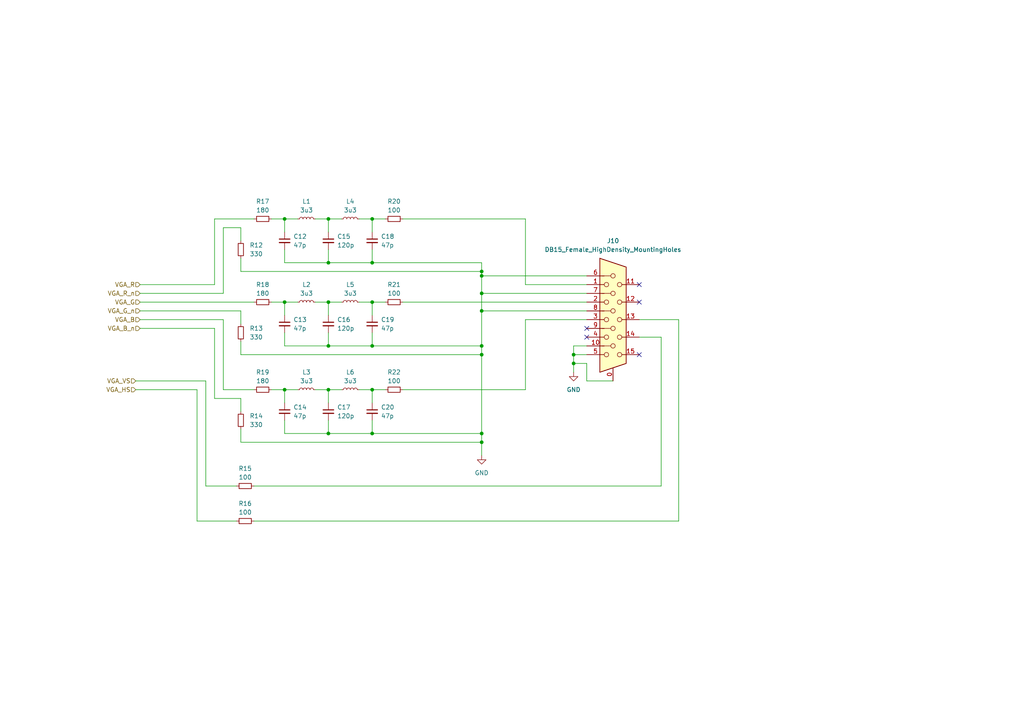
<source format=kicad_sch>
(kicad_sch (version 20211123) (generator eeschema)
  (paper "A4")
  (lib_symbols
    (symbol "Connector:DB15_Female_HighDensity_MountingHoles" (pin_names (offset 1.016) hide)
      (property "Reference" "J" (at 0 21.59 0))
      (property "Value" "DB15_Female_HighDensity_MountingHoles" (at 0 19.05 0))
      (symbol "DB15_Female_HighDensity_MountingHoles_0_1"
        (circle (center -1.905 -10.16) (radius 0.635))
        (circle (center -1.905 -5.08) (radius 0.635))
        (circle (center -1.905 0) (radius 0.635))
        (circle (center -1.905 5.08) (radius 0.635))
        (circle (center -1.905 10.16) (radius 0.635))
        (circle (center 0 -7.62) (radius 0.635))
        (circle (center 0 -2.54) (radius 0.635))
        (polyline (pts (xy -3.175 7.62) (xy -0.635 7.62)))
        (polyline (pts (xy -0.635 -7.62) (xy -3.175 -7.62)))
        (polyline (pts (xy -0.635 -2.54) (xy -3.175 -2.54)))
        (polyline (pts (xy -0.635 2.54) (xy -3.175 2.54)))
        (polyline (pts (xy -0.635 12.7) (xy -3.175 12.7)))
        (polyline (pts (xy -3.81 17.78) (xy -3.81 -15.24) (xy 3.81 -12.7) (xy 3.81 15.24) (xy -3.81 17.78)) (stroke (width 0.254)) (fill (type background)))
        (circle (center 0 2.54) (radius 0.635))
        (circle (center 0 7.62) (radius 0.635))
        (circle (center 0 12.7) (radius 0.635))
        (circle (center 1.905 -10.16) (radius 0.635))
        (circle (center 1.905 -5.08) (radius 0.635))
        (circle (center 1.905 0) (radius 0.635))
        (circle (center 1.905 5.08) (radius 0.635))
        (circle (center 1.905 10.16) (radius 0.635))
      )
      (symbol "DB15_Female_HighDensity_MountingHoles_1_1"
        (pin passive line (at 0 -17.78 90) (length 3.81) (name "~") (number "0"))
        (pin passive line (at -7.62 10.16 0) (length 5.08) (name "~") (number "1"))
        (pin passive line (at -7.62 -7.62 0) (length 5.08) (name "~") (number "10"))
        (pin passive line (at 7.62 10.16 180) (length 5.08) (name "~") (number "11"))
        (pin passive line (at 7.62 5.08 180) (length 5.08) (name "~") (number "12"))
        (pin passive line (at 7.62 0 180) (length 5.08) (name "~") (number "13"))
        (pin passive line (at 7.62 -5.08 180) (length 5.08) (name "~") (number "14"))
        (pin passive line (at 7.62 -10.16 180) (length 5.08) (name "~") (number "15"))
        (pin passive line (at -7.62 5.08 0) (length 5.08) (name "~") (number "2"))
        (pin passive line (at -7.62 0 0) (length 5.08) (name "~") (number "3"))
        (pin passive line (at -7.62 -5.08 0) (length 5.08) (name "~") (number "4"))
        (pin passive line (at -7.62 -10.16 0) (length 5.08) (name "~") (number "5"))
        (pin passive line (at -7.62 12.7 0) (length 5.08) (name "~") (number "6"))
        (pin passive line (at -7.62 7.62 0) (length 5.08) (name "~") (number "7"))
        (pin passive line (at -7.62 2.54 0) (length 5.08) (name "~") (number "8"))
        (pin passive line (at -7.62 -2.54 0) (length 5.08) (name "~") (number "9"))
      )
    )
    (symbol "Device:C_Small" (pin_numbers hide) (pin_names (offset 0.254) hide)
      (property "Reference" "C" (at 0.254 1.778 0))
      (property "Value" "C_Small" (at 0.254 -2.032 0))
      (symbol "C_Small_0_1"
        (polyline (pts (xy -1.524 -0.508) (xy 1.524 -0.508)) (stroke (width 0.3302)))
        (polyline (pts (xy -1.524 0.508) (xy 1.524 0.508)) (stroke (width 0.3048)))
      )
      (symbol "C_Small_1_1"
        (pin passive line (at 0 2.54 270) (length 2.032) (name "~") (number "1"))
        (pin passive line (at 0 -2.54 90) (length 2.032) (name "~") (number "2"))
      )
    )
    (symbol "Device:L_Small" (pin_numbers hide) (pin_names (offset 0.254) hide)
      (property "Reference" "L" (at 0.762 1.016 0))
      (property "Value" "L_Small" (at 0.762 -1.016 0))
      (symbol "L_Small_0_1"
        (arc (start 0 -2.032) (mid 0.508 -1.524) (end 0 -1.016))
        (arc (start 0 -1.016) (mid 0.508 -0.508) (end 0 0))
        (arc (start 0 0) (mid 0.508 0.508) (end 0 1.016))
        (arc (start 0 1.016) (mid 0.508 1.524) (end 0 2.032))
      )
      (symbol "L_Small_1_1"
        (pin passive line (at 0 2.54 270) (length 0.508) (name "~") (number "1"))
        (pin passive line (at 0 -2.54 90) (length 0.508) (name "~") (number "2"))
      )
    )
    (symbol "Device:R_Small" (pin_numbers hide) (pin_names (offset 0.254) hide)
      (property "Reference" "R" (at 0.762 0.508 0))
      (property "Value" "R_Small" (at 0.762 -1.016 0))
      (symbol "R_Small_0_1"
        (rectangle (start -0.762 1.778) (end 0.762 -1.778) (stroke (width 0.2032)))
      )
      (symbol "R_Small_1_1"
        (pin passive line (at 0 2.54 270) (length 0.762) (name "~") (number "1"))
        (pin passive line (at 0 -2.54 90) (length 0.762) (name "~") (number "2"))
      )
    )
    (symbol "power:GND" (power) (pin_names (offset 0))
      (property "Value" "GND" (at 0 -3.81 0))
      (symbol "GND_0_1"
        (polyline (pts (xy 0 0) (xy 0 -1.27) (xy 1.27 -1.27) (xy 0 -2.54) (xy -1.27 -1.27) (xy 0 -1.27)))
      )
      (symbol "GND_1_1"
        (pin power_in line (at 0 0 270) (length 0) hide (name "GND") (number "1"))
      )
    )
  )
  (junction (at 82.55 63.5))
  (junction (at 107.95 125.73))
  (junction (at 107.95 113.03))
  (junction (at 139.7 102.87))
  (junction (at 95.25 125.73))
  (junction (at 107.95 100.33))
  (junction (at 139.7 100.33))
  (junction (at 82.55 113.03))
  (junction (at 107.95 63.5))
  (junction (at 95.25 63.5))
  (junction (at 166.37 105.41))
  (junction (at 139.7 78.74))
  (junction (at 95.25 76.2))
  (junction (at 139.7 128.27))
  (junction (at 82.55 87.63))
  (junction (at 139.7 85.09))
  (junction (at 95.25 113.03))
  (junction (at 139.7 125.73))
  (junction (at 95.25 87.63))
  (junction (at 139.7 90.17))
  (junction (at 166.37 102.87))
  (junction (at 139.7 80.01))
  (junction (at 107.95 87.63))
  (junction (at 107.95 76.2))
  (junction (at 95.25 100.33))
  (no_connect (at 170.18 97.79))
  (no_connect (at 185.42 102.87))
  (no_connect (at 185.42 82.55))
  (no_connect (at 185.42 87.63))
  (no_connect (at 170.18 95.25))
  (wire (pts (xy 40.64 85.09) (xy 64.77 85.09)))
  (wire (pts (xy 57.15 113.03) (xy 57.15 151.13)))
  (wire (pts (xy 139.7 102.87) (xy 139.7 125.73)))
  (wire (pts (xy 139.7 80.01) (xy 170.18 80.01)))
  (wire (pts (xy 95.25 76.2) (xy 95.25 72.39)))
  (wire (pts (xy 152.4 113.03) (xy 152.4 92.71)))
  (wire (pts (xy 91.44 87.63) (xy 95.25 87.63)))
  (wire (pts (xy 82.55 96.52) (xy 82.55 100.33)))
  (wire (pts (xy 104.14 87.63) (xy 107.95 87.63)))
  (wire (pts (xy 91.44 63.5) (xy 95.25 63.5)))
  (wire (pts (xy 107.95 113.03) (xy 107.95 116.84)))
  (wire (pts (xy 82.55 76.2) (xy 95.25 76.2)))
  (wire (pts (xy 40.64 82.55) (xy 62.23 82.55)))
  (wire (pts (xy 104.14 113.03) (xy 107.95 113.03)))
  (wire (pts (xy 166.37 102.87) (xy 166.37 105.41)))
  (wire (pts (xy 95.25 100.33) (xy 95.25 96.52)))
  (wire (pts (xy 95.25 125.73) (xy 95.25 121.92)))
  (wire (pts (xy 62.23 63.5) (xy 73.66 63.5)))
  (wire (pts (xy 64.77 92.71) (xy 64.77 113.03)))
  (wire (pts (xy 40.64 87.63) (xy 73.66 87.63)))
  (wire (pts (xy 40.64 90.17) (xy 69.85 90.17)))
  (wire (pts (xy 69.85 74.93) (xy 69.85 78.74)))
  (wire (pts (xy 139.7 80.01) (xy 139.7 85.09)))
  (wire (pts (xy 69.85 102.87) (xy 139.7 102.87)))
  (wire (pts (xy 107.95 87.63) (xy 107.95 91.44)))
  (wire (pts (xy 78.74 63.5) (xy 82.55 63.5)))
  (wire (pts (xy 95.25 87.63) (xy 95.25 91.44)))
  (wire (pts (xy 95.25 76.2) (xy 107.95 76.2)))
  (wire (pts (xy 95.25 63.5) (xy 99.06 63.5)))
  (wire (pts (xy 107.95 113.03) (xy 111.76 113.03)))
  (wire (pts (xy 62.23 95.25) (xy 62.23 115.57)))
  (wire (pts (xy 107.95 76.2) (xy 107.95 72.39)))
  (wire (pts (xy 191.77 97.79) (xy 191.77 140.97)))
  (wire (pts (xy 69.85 99.06) (xy 69.85 102.87)))
  (wire (pts (xy 196.85 151.13) (xy 196.85 92.71)))
  (wire (pts (xy 82.55 87.63) (xy 82.55 91.44)))
  (wire (pts (xy 185.42 92.71) (xy 196.85 92.71)))
  (wire (pts (xy 82.55 87.63) (xy 86.36 87.63)))
  (wire (pts (xy 139.7 125.73) (xy 139.7 128.27)))
  (wire (pts (xy 116.84 63.5) (xy 152.4 63.5)))
  (wire (pts (xy 39.37 113.03) (xy 57.15 113.03)))
  (wire (pts (xy 185.42 97.79) (xy 191.77 97.79)))
  (wire (pts (xy 139.7 78.74) (xy 139.7 80.01)))
  (wire (pts (xy 152.4 63.5) (xy 152.4 82.55)))
  (wire (pts (xy 82.55 63.5) (xy 82.55 67.31)))
  (wire (pts (xy 139.7 100.33) (xy 139.7 102.87)))
  (wire (pts (xy 69.85 78.74) (xy 139.7 78.74)))
  (wire (pts (xy 82.55 121.92) (xy 82.55 125.73)))
  (wire (pts (xy 95.25 87.63) (xy 99.06 87.63)))
  (wire (pts (xy 62.23 82.55) (xy 62.23 63.5)))
  (wire (pts (xy 107.95 63.5) (xy 107.95 67.31)))
  (wire (pts (xy 69.85 69.85) (xy 69.85 66.04)))
  (wire (pts (xy 116.84 113.03) (xy 152.4 113.03)))
  (wire (pts (xy 166.37 105.41) (xy 166.37 107.95)))
  (wire (pts (xy 39.37 110.49) (xy 59.69 110.49)))
  (wire (pts (xy 95.25 100.33) (xy 107.95 100.33)))
  (wire (pts (xy 82.55 125.73) (xy 95.25 125.73)))
  (wire (pts (xy 40.64 95.25) (xy 62.23 95.25)))
  (wire (pts (xy 40.64 92.71) (xy 64.77 92.71)))
  (wire (pts (xy 82.55 113.03) (xy 86.36 113.03)))
  (wire (pts (xy 69.85 93.98) (xy 69.85 90.17)))
  (wire (pts (xy 95.25 113.03) (xy 99.06 113.03)))
  (wire (pts (xy 82.55 113.03) (xy 82.55 116.84)))
  (wire (pts (xy 95.25 113.03) (xy 95.25 116.84)))
  (wire (pts (xy 107.95 87.63) (xy 111.76 87.63)))
  (wire (pts (xy 139.7 90.17) (xy 170.18 90.17)))
  (wire (pts (xy 152.4 92.71) (xy 170.18 92.71)))
  (wire (pts (xy 91.44 113.03) (xy 95.25 113.03)))
  (wire (pts (xy 139.7 76.2) (xy 139.7 78.74)))
  (wire (pts (xy 69.85 124.46) (xy 69.85 128.27)))
  (wire (pts (xy 170.18 82.55) (xy 152.4 82.55)))
  (wire (pts (xy 59.69 140.97) (xy 68.58 140.97)))
  (wire (pts (xy 107.95 76.2) (xy 139.7 76.2)))
  (wire (pts (xy 95.25 125.73) (xy 107.95 125.73)))
  (wire (pts (xy 64.77 113.03) (xy 73.66 113.03)))
  (wire (pts (xy 82.55 72.39) (xy 82.55 76.2)))
  (wire (pts (xy 139.7 128.27) (xy 139.7 132.08)))
  (wire (pts (xy 139.7 85.09) (xy 170.18 85.09)))
  (wire (pts (xy 170.18 102.87) (xy 166.37 102.87)))
  (wire (pts (xy 170.18 110.49) (xy 170.18 105.41)))
  (wire (pts (xy 107.95 63.5) (xy 111.76 63.5)))
  (wire (pts (xy 170.18 100.33) (xy 166.37 100.33)))
  (wire (pts (xy 69.85 128.27) (xy 139.7 128.27)))
  (wire (pts (xy 166.37 100.33) (xy 166.37 102.87)))
  (wire (pts (xy 107.95 100.33) (xy 107.95 96.52)))
  (wire (pts (xy 82.55 63.5) (xy 86.36 63.5)))
  (wire (pts (xy 107.95 125.73) (xy 107.95 121.92)))
  (wire (pts (xy 64.77 85.09) (xy 64.77 66.04)))
  (wire (pts (xy 82.55 100.33) (xy 95.25 100.33)))
  (wire (pts (xy 57.15 151.13) (xy 68.58 151.13)))
  (wire (pts (xy 139.7 85.09) (xy 139.7 90.17)))
  (wire (pts (xy 73.66 140.97) (xy 191.77 140.97)))
  (wire (pts (xy 78.74 113.03) (xy 82.55 113.03)))
  (wire (pts (xy 78.74 87.63) (xy 82.55 87.63)))
  (wire (pts (xy 107.95 100.33) (xy 139.7 100.33)))
  (wire (pts (xy 64.77 66.04) (xy 69.85 66.04)))
  (wire (pts (xy 139.7 125.73) (xy 107.95 125.73)))
  (wire (pts (xy 177.8 110.49) (xy 170.18 110.49)))
  (wire (pts (xy 116.84 87.63) (xy 170.18 87.63)))
  (wire (pts (xy 170.18 105.41) (xy 166.37 105.41)))
  (wire (pts (xy 62.23 115.57) (xy 69.85 115.57)))
  (wire (pts (xy 59.69 110.49) (xy 59.69 140.97)))
  (wire (pts (xy 73.66 151.13) (xy 196.85 151.13)))
  (wire (pts (xy 139.7 90.17) (xy 139.7 100.33)))
  (wire (pts (xy 95.25 63.5) (xy 95.25 67.31)))
  (wire (pts (xy 104.14 63.5) (xy 107.95 63.5)))
  (wire (pts (xy 69.85 115.57) (xy 69.85 119.38)))
  (hierarchical_label "VGA_VS" (shape input) (at 39.37 110.49 180))
  (hierarchical_label "VGA_R_n" (shape input) (at 40.64 85.09 180))
  (hierarchical_label "VGA_B_n" (shape input) (at 40.64 95.25 180))
  (hierarchical_label "VGA_R" (shape input) (at 40.64 82.55 180))
  (hierarchical_label "VGA_G_n" (shape input) (at 40.64 90.17 180))
  (hierarchical_label "VGA_G" (shape input) (at 40.64 87.63 180))
  (hierarchical_label "VGA_B" (shape input) (at 40.64 92.71 180))
  (hierarchical_label "VGA_HS" (shape input) (at 39.37 113.03 180))
  (symbol (lib_id "Device:L_Small") (at 101.6 87.63 90) (unit 1)
    (property "Reference" "L5" (at 101.6 82.55 90))
    (property "Value" "3u3" (at 101.6 85.09 90))
    (property "Footprint" "Inductor_SMD:L_1206_3216Metric_Pad1.42x1.75mm_HandSolder" (effects hide))
  )
  (symbol (lib_id "Device:R_Small") (at 71.12 140.97 90) (unit 1)
    (property "Reference" "R15" (at 71.12 135.89 90))
    (property "Value" "100" (at 71.12 138.43 90))
    (property "Footprint" "Resistor_SMD:R_1206_3216Metric_Pad1.30x1.75mm_HandSolder" (effects hide))
  )
  (symbol (lib_id "Device:R_Small") (at 69.85 72.39 0) (unit 1)
    (property "Reference" "R12" (at 72.39 71.1199 0) (effects (justify left)))
    (property "Value" "330" (at 72.39 73.6599 0) (effects (justify left)))
    (property "Footprint" "Resistor_SMD:R_1206_3216Metric_Pad1.30x1.75mm_HandSolder" (effects hide))
  )
  (symbol (lib_id "Device:L_Small") (at 88.9 63.5 90) (unit 1)
    (property "Reference" "L1" (at 88.9 58.42 90))
    (property "Value" "3u3" (at 88.9 60.96 90))
    (property "Footprint" "Inductor_SMD:L_1206_3216Metric_Pad1.42x1.75mm_HandSolder" (effects hide))
  )
  (symbol (lib_id "Device:C_Small") (at 82.55 119.38 0) (unit 1)
    (property "Reference" "C14" (at 85.09 118.1162 0) (effects (justify left)))
    (property "Value" "47p" (at 85.09 120.6562 0) (effects (justify left)))
    (property "Footprint" "Capacitor_SMD:C_1206_3216Metric_Pad1.33x1.80mm_HandSolder" (effects hide))
  )
  (symbol (lib_id "Connector:DB15_Female_HighDensity_MountingHoles") (at 177.8 92.71 0) (unit 1)
    (property "Reference" "J10" (at 177.8 69.85 0))
    (property "Value" "DB15_Female_HighDensity_MountingHoles" (at 177.8 72.39 0))
    (property "Footprint" "TangNano20k:DSUB-15-HD_Female_Horizontal_P2.29x1.98mm_EdgePinOffset8.35mm_Housed_MountingHolesOffset10.89mm" (effects hide))
    (property "Datasheet" " ~" (effects hide))
  )
  (symbol (lib_id "Device:R_Small") (at 71.12 151.13 90) (unit 1)
    (property "Reference" "R16" (at 71.12 146.05 90))
    (property "Value" "100" (at 71.12 148.59 90))
    (property "Footprint" "Resistor_SMD:R_1206_3216Metric_Pad1.30x1.75mm_HandSolder" (effects hide))
  )
  (symbol (lib_id "Device:C_Small") (at 95.25 69.85 0) (unit 1)
    (property "Reference" "C15" (at 97.79 68.5862 0) (effects (justify left)))
    (property "Value" "120p" (at 97.79 71.1262 0) (effects (justify left)))
    (property "Footprint" "Capacitor_SMD:C_1206_3216Metric_Pad1.33x1.80mm_HandSolder" (effects hide))
  )
  (symbol (lib_id "Device:R_Small") (at 69.85 96.52 0) (unit 1)
    (property "Reference" "R13" (at 72.39 95.2499 0) (effects (justify left)))
    (property "Value" "330" (at 72.39 97.7899 0) (effects (justify left)))
    (property "Footprint" "Resistor_SMD:R_1206_3216Metric_Pad1.30x1.75mm_HandSolder" (effects hide))
  )
  (symbol (lib_id "Device:C_Small") (at 82.55 69.85 0) (unit 1)
    (property "Reference" "C12" (at 85.09 68.5862 0) (effects (justify left)))
    (property "Value" "47p" (at 85.09 71.1262 0) (effects (justify left)))
    (property "Footprint" "Capacitor_SMD:C_1206_3216Metric_Pad1.33x1.80mm_HandSolder" (effects hide))
  )
  (symbol (lib_id "Device:R_Small") (at 114.3 63.5 90) (unit 1)
    (property "Reference" "R20" (at 114.3 58.42 90))
    (property "Value" "100" (at 114.3 60.96 90))
    (property "Footprint" "Resistor_SMD:R_1206_3216Metric_Pad1.30x1.75mm_HandSolder" (effects hide))
  )
  (symbol (lib_id "Device:C_Small") (at 82.55 93.98 0) (unit 1)
    (property "Reference" "C13" (at 85.09 92.7162 0) (effects (justify left)))
    (property "Value" "47p" (at 85.09 95.2562 0) (effects (justify left)))
    (property "Footprint" "Capacitor_SMD:C_1206_3216Metric_Pad1.33x1.80mm_HandSolder" (effects hide))
  )
  (symbol (lib_id "Device:R_Small") (at 76.2 63.5 90) (unit 1)
    (property "Reference" "R17" (at 76.2 58.42 90))
    (property "Value" "180" (at 76.2 60.96 90))
    (property "Footprint" "Resistor_SMD:R_1206_3216Metric_Pad1.30x1.75mm_HandSolder" (effects hide))
  )
  (symbol (lib_id "power:GND") (at 166.37 107.95 0) (mirror y) (unit 1)
    (property "Reference" "#PWR036" (effects hide))
    (property "Value" "GND" (at 166.37 113.03 0))
  )
  (symbol (lib_id "Device:L_Small") (at 101.6 113.03 90) (unit 1)
    (property "Reference" "L6" (at 101.6 107.95 90))
    (property "Value" "3u3" (at 101.6 110.49 90))
    (property "Footprint" "Inductor_SMD:L_1206_3216Metric_Pad1.42x1.75mm_HandSolder" (effects hide))
  )
  (symbol (lib_id "Device:C_Small") (at 107.95 93.98 0) (unit 1)
    (property "Reference" "C19" (at 110.49 92.7162 0) (effects (justify left)))
    (property "Value" "47p" (at 110.49 95.2562 0) (effects (justify left)))
    (property "Footprint" "Capacitor_SMD:C_1206_3216Metric_Pad1.33x1.80mm_HandSolder" (effects hide))
  )
  (symbol (lib_id "Device:R_Small") (at 114.3 113.03 90) (unit 1)
    (property "Reference" "R22" (at 114.3 107.95 90))
    (property "Value" "100" (at 114.3 110.49 90))
    (property "Footprint" "Resistor_SMD:R_1206_3216Metric_Pad1.30x1.75mm_HandSolder" (effects hide))
  )
  (symbol (lib_id "Device:C_Small") (at 95.25 93.98 0) (unit 1)
    (property "Reference" "C16" (at 97.79 92.7162 0) (effects (justify left)))
    (property "Value" "120p" (at 97.79 95.2562 0) (effects (justify left)))
    (property "Footprint" "Capacitor_SMD:C_1206_3216Metric_Pad1.33x1.80mm_HandSolder" (effects hide))
  )
  (symbol (lib_id "Device:R_Small") (at 76.2 113.03 90) (unit 1)
    (property "Reference" "R19" (at 76.2 107.95 90))
    (property "Value" "180" (at 76.2 110.49 90))
    (property "Footprint" "Resistor_SMD:R_1206_3216Metric_Pad1.30x1.75mm_HandSolder" (effects hide))
  )
  (symbol (lib_id "power:GND") (at 139.7 132.08 0) (mirror y) (unit 1)
    (property "Reference" "#PWR035" (effects hide))
    (property "Value" "GND" (at 139.7 137.16 0))
  )
  (symbol (lib_id "Device:C_Small") (at 107.95 69.85 0) (unit 1)
    (property "Reference" "C18" (at 110.49 68.5862 0) (effects (justify left)))
    (property "Value" "47p" (at 110.49 71.1262 0) (effects (justify left)))
    (property "Footprint" "Capacitor_SMD:C_1206_3216Metric_Pad1.33x1.80mm_HandSolder" (effects hide))
  )
  (symbol (lib_id "Device:R_Small") (at 76.2 87.63 90) (unit 1)
    (property "Reference" "R18" (at 76.2 82.55 90))
    (property "Value" "180" (at 76.2 85.09 90))
    (property "Footprint" "Resistor_SMD:R_1206_3216Metric_Pad1.30x1.75mm_HandSolder" (effects hide))
  )
  (symbol (lib_id "Device:L_Small") (at 88.9 87.63 90) (unit 1)
    (property "Reference" "L2" (at 88.9 82.55 90))
    (property "Value" "3u3" (at 88.9 85.09 90))
    (property "Footprint" "Inductor_SMD:L_1206_3216Metric_Pad1.42x1.75mm_HandSolder" (effects hide))
  )
  (symbol (lib_id "Device:R_Small") (at 69.85 121.92 0) (unit 1)
    (property "Reference" "R14" (at 72.39 120.6499 0) (effects (justify left)))
    (property "Value" "330" (at 72.39 123.1899 0) (effects (justify left)))
    (property "Footprint" "Resistor_SMD:R_1206_3216Metric_Pad1.30x1.75mm_HandSolder" (effects hide))
  )
  (symbol (lib_id "Device:L_Small") (at 101.6 63.5 90) (unit 1)
    (property "Reference" "L4" (at 101.6 58.42 90))
    (property "Value" "3u3" (at 101.6 60.96 90))
    (property "Footprint" "Inductor_SMD:L_1206_3216Metric_Pad1.42x1.75mm_HandSolder" (effects hide))
  )
  (symbol (lib_id "Device:L_Small") (at 88.9 113.03 90) (unit 1)
    (property "Reference" "L3" (at 88.9 107.95 90))
    (property "Value" "3u3" (at 88.9 110.49 90))
    (property "Footprint" "Inductor_SMD:L_1206_3216Metric_Pad1.42x1.75mm_HandSolder" (effects hide))
  )
  (symbol (lib_id "Device:C_Small") (at 107.95 119.38 0) (unit 1)
    (property "Reference" "C20" (at 110.49 118.1162 0) (effects (justify left)))
    (property "Value" "47p" (at 110.49 120.6562 0) (effects (justify left)))
    (property "Footprint" "Capacitor_SMD:C_1206_3216Metric_Pad1.33x1.80mm_HandSolder" (effects hide))
  )
  (symbol (lib_id "Device:C_Small") (at 95.25 119.38 0) (unit 1)
    (property "Reference" "C17" (at 97.79 118.1162 0) (effects (justify left)))
    (property "Value" "120p" (at 97.79 120.6562 0) (effects (justify left)))
    (property "Footprint" "Capacitor_SMD:C_1206_3216Metric_Pad1.33x1.80mm_HandSolder" (effects hide))
  )
  (symbol (lib_id "Device:R_Small") (at 114.3 87.63 90) (unit 1)
    (property "Reference" "R21" (at 114.3 82.55 90))
    (property "Value" "100" (at 114.3 85.09 90))
    (property "Footprint" "Resistor_SMD:R_1206_3216Metric_Pad1.30x1.75mm_HandSolder" (effects hide))
  )
)
</source>
